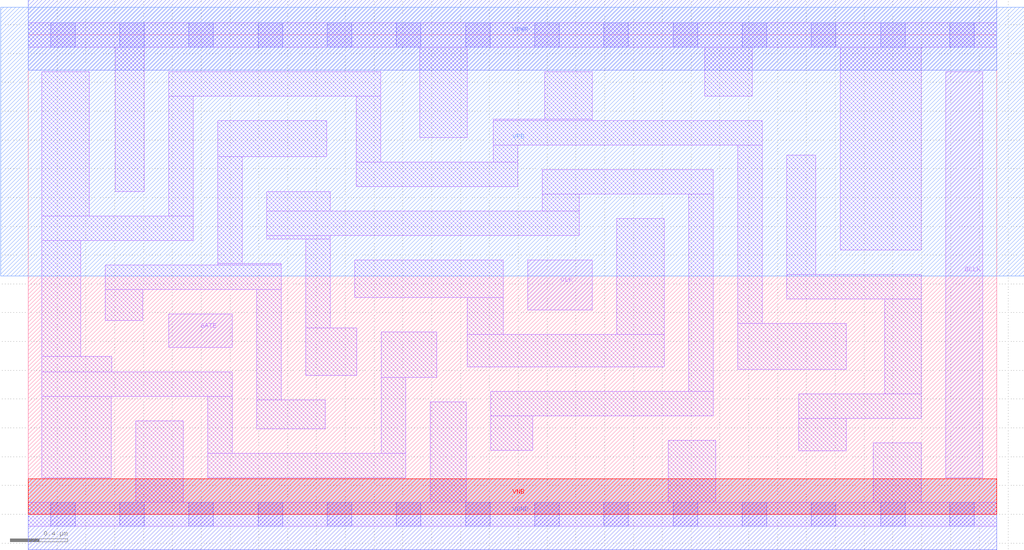
<source format=lef>
# Copyright 2020 The SkyWater PDK Authors
#
# Licensed under the Apache License, Version 2.0 (the "License");
# you may not use this file except in compliance with the License.
# You may obtain a copy of the License at
#
#     https://www.apache.org/licenses/LICENSE-2.0
#
# Unless required by applicable law or agreed to in writing, software
# distributed under the License is distributed on an "AS IS" BASIS,
# WITHOUT WARRANTIES OR CONDITIONS OF ANY KIND, either express or implied.
# See the License for the specific language governing permissions and
# limitations under the License.
#
# SPDX-License-Identifier: Apache-2.0

VERSION 5.7 ;
  NOWIREEXTENSIONATPIN ON ;
  DIVIDERCHAR "/" ;
  BUSBITCHARS "[]" ;
MACRO sky130_fd_sc_lp__dlclkp_1
  CLASS CORE ;
  FOREIGN sky130_fd_sc_lp__dlclkp_1 ;
  ORIGIN  0.000000  0.000000 ;
  SIZE  6.720000 BY  3.330000 ;
  SYMMETRY X Y R90 ;
  SITE unit ;
  PIN GATE
    ANTENNAGATEAREA  0.159000 ;
    DIRECTION INPUT ;
    USE SIGNAL ;
    PORT
      LAYER li1 ;
        RECT 0.975000 1.160000 1.415000 1.390000 ;
    END
  END GATE
  PIN GCLK
    ANTENNADIFFAREA  0.556500 ;
    DIRECTION OUTPUT ;
    USE SIGNAL ;
    PORT
      LAYER li1 ;
        RECT 6.365000 0.255000 6.625000 3.075000 ;
    END
  END GCLK
  PIN CLK
    ANTENNAGATEAREA  0.318000 ;
    DIRECTION INPUT ;
    USE CLOCK ;
    PORT
      LAYER li1 ;
        RECT 3.465000 1.420000 3.915000 1.765000 ;
    END
  END CLK
  PIN VGND
    DIRECTION INOUT ;
    USE GROUND ;
    PORT
      LAYER met1 ;
        RECT 0.000000 -0.245000 6.720000 0.245000 ;
    END
  END VGND
  PIN VNB
    DIRECTION INOUT ;
    USE GROUND ;
    PORT
      LAYER pwell ;
        RECT 0.000000 0.000000 6.720000 0.245000 ;
    END
  END VNB
  PIN VPB
    DIRECTION INOUT ;
    USE POWER ;
    PORT
      LAYER nwell ;
        RECT -0.190000 1.655000 6.910000 3.520000 ;
    END
  END VPB
  PIN VPWR
    DIRECTION INOUT ;
    USE POWER ;
    PORT
      LAYER met1 ;
        RECT 0.000000 3.085000 6.720000 3.575000 ;
    END
  END VPWR
  OBS
    LAYER li1 ;
      RECT 0.000000 -0.085000 6.720000 0.085000 ;
      RECT 0.000000  3.245000 6.720000 3.415000 ;
      RECT 0.095000  0.255000 0.575000 0.820000 ;
      RECT 0.095000  0.820000 1.415000 0.990000 ;
      RECT 0.095000  0.990000 0.580000 1.095000 ;
      RECT 0.095000  1.095000 0.365000 1.900000 ;
      RECT 0.095000  1.900000 1.145000 2.070000 ;
      RECT 0.095000  2.070000 0.425000 3.075000 ;
      RECT 0.535000  1.345000 0.795000 1.560000 ;
      RECT 0.535000  1.560000 1.755000 1.730000 ;
      RECT 0.605000  2.240000 0.805000 3.245000 ;
      RECT 0.745000  0.085000 1.075000 0.650000 ;
      RECT 0.975000  2.070000 1.145000 2.905000 ;
      RECT 0.975000  2.905000 2.445000 3.075000 ;
      RECT 1.245000  0.255000 2.620000 0.425000 ;
      RECT 1.245000  0.425000 1.415000 0.820000 ;
      RECT 1.315000  1.730000 1.755000 1.740000 ;
      RECT 1.315000  1.740000 1.485000 2.485000 ;
      RECT 1.315000  2.485000 2.070000 2.735000 ;
      RECT 1.585000  0.595000 2.060000 0.795000 ;
      RECT 1.585000  0.795000 1.755000 1.560000 ;
      RECT 1.655000  1.910000 2.095000 1.935000 ;
      RECT 1.655000  1.935000 3.825000 2.105000 ;
      RECT 1.655000  2.105000 2.095000 2.240000 ;
      RECT 1.925000  0.965000 2.280000 1.295000 ;
      RECT 1.925000  1.295000 2.095000 1.910000 ;
      RECT 2.265000  1.505000 3.295000 1.765000 ;
      RECT 2.275000  2.275000 3.395000 2.445000 ;
      RECT 2.275000  2.445000 2.445000 2.905000 ;
      RECT 2.450000  0.425000 2.620000 0.950000 ;
      RECT 2.450000  0.950000 2.835000 1.265000 ;
      RECT 2.715000  2.615000 3.045000 3.245000 ;
      RECT 2.790000  0.085000 3.040000 0.780000 ;
      RECT 3.045000  1.025000 4.415000 1.250000 ;
      RECT 3.045000  1.250000 3.295000 1.505000 ;
      RECT 3.210000  0.445000 3.500000 0.685000 ;
      RECT 3.210000  0.685000 4.755000 0.855000 ;
      RECT 3.225000  2.445000 3.395000 2.565000 ;
      RECT 3.225000  2.565000 5.095000 2.735000 ;
      RECT 3.225000  2.735000 3.915000 2.745000 ;
      RECT 3.565000  2.105000 3.825000 2.225000 ;
      RECT 3.565000  2.225000 4.755000 2.395000 ;
      RECT 3.585000  2.745000 3.915000 3.075000 ;
      RECT 4.085000  1.250000 4.415000 2.055000 ;
      RECT 4.440000  0.085000 4.770000 0.515000 ;
      RECT 4.585000  0.855000 4.755000 2.225000 ;
      RECT 4.695000  2.905000 5.025000 3.245000 ;
      RECT 4.925000  1.005000 5.675000 1.325000 ;
      RECT 4.925000  1.325000 5.095000 2.565000 ;
      RECT 5.265000  1.495000 6.195000 1.665000 ;
      RECT 5.265000  1.665000 5.465000 2.495000 ;
      RECT 5.345000  0.440000 5.675000 0.665000 ;
      RECT 5.345000  0.665000 6.195000 0.835000 ;
      RECT 5.635000  1.835000 6.195000 3.245000 ;
      RECT 5.865000  0.085000 6.195000 0.495000 ;
      RECT 5.945000  0.835000 6.195000 1.495000 ;
    LAYER mcon ;
      RECT 0.155000 -0.085000 0.325000 0.085000 ;
      RECT 0.155000  3.245000 0.325000 3.415000 ;
      RECT 0.635000 -0.085000 0.805000 0.085000 ;
      RECT 0.635000  3.245000 0.805000 3.415000 ;
      RECT 1.115000 -0.085000 1.285000 0.085000 ;
      RECT 1.115000  3.245000 1.285000 3.415000 ;
      RECT 1.595000 -0.085000 1.765000 0.085000 ;
      RECT 1.595000  3.245000 1.765000 3.415000 ;
      RECT 2.075000 -0.085000 2.245000 0.085000 ;
      RECT 2.075000  3.245000 2.245000 3.415000 ;
      RECT 2.555000 -0.085000 2.725000 0.085000 ;
      RECT 2.555000  3.245000 2.725000 3.415000 ;
      RECT 3.035000 -0.085000 3.205000 0.085000 ;
      RECT 3.035000  3.245000 3.205000 3.415000 ;
      RECT 3.515000 -0.085000 3.685000 0.085000 ;
      RECT 3.515000  3.245000 3.685000 3.415000 ;
      RECT 3.995000 -0.085000 4.165000 0.085000 ;
      RECT 3.995000  3.245000 4.165000 3.415000 ;
      RECT 4.475000 -0.085000 4.645000 0.085000 ;
      RECT 4.475000  3.245000 4.645000 3.415000 ;
      RECT 4.955000 -0.085000 5.125000 0.085000 ;
      RECT 4.955000  3.245000 5.125000 3.415000 ;
      RECT 5.435000 -0.085000 5.605000 0.085000 ;
      RECT 5.435000  3.245000 5.605000 3.415000 ;
      RECT 5.915000 -0.085000 6.085000 0.085000 ;
      RECT 5.915000  3.245000 6.085000 3.415000 ;
      RECT 6.395000 -0.085000 6.565000 0.085000 ;
      RECT 6.395000  3.245000 6.565000 3.415000 ;
  END
END sky130_fd_sc_lp__dlclkp_1
END LIBRARY

</source>
